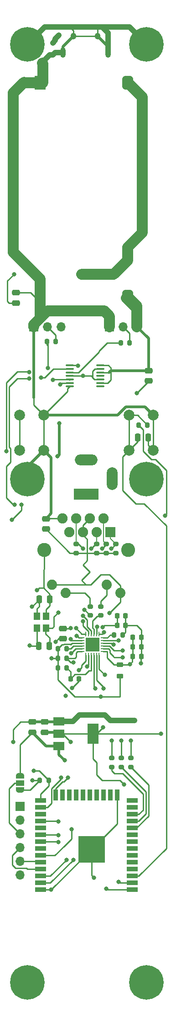
<source format=gbr>
%TF.GenerationSoftware,KiCad,Pcbnew,6.0.5-a6ca702e91~116~ubuntu20.04.1*%
%TF.CreationDate,2022-06-28T21:19:43+02:00*%
%TF.ProjectId,MCH-light,4d43482d-6c69-4676-9874-2e6b69636164,rev?*%
%TF.SameCoordinates,Original*%
%TF.FileFunction,Copper,L1,Top*%
%TF.FilePolarity,Positive*%
%FSLAX46Y46*%
G04 Gerber Fmt 4.6, Leading zero omitted, Abs format (unit mm)*
G04 Created by KiCad (PCBNEW 6.0.5-a6ca702e91~116~ubuntu20.04.1) date 2022-06-28 21:19:43*
%MOMM*%
%LPD*%
G01*
G04 APERTURE LIST*
G04 Aperture macros list*
%AMRoundRect*
0 Rectangle with rounded corners*
0 $1 Rounding radius*
0 $2 $3 $4 $5 $6 $7 $8 $9 X,Y pos of 4 corners*
0 Add a 4 corners polygon primitive as box body*
4,1,4,$2,$3,$4,$5,$6,$7,$8,$9,$2,$3,0*
0 Add four circle primitives for the rounded corners*
1,1,$1+$1,$2,$3*
1,1,$1+$1,$4,$5*
1,1,$1+$1,$6,$7*
1,1,$1+$1,$8,$9*
0 Add four rect primitives between the rounded corners*
20,1,$1+$1,$2,$3,$4,$5,0*
20,1,$1+$1,$4,$5,$6,$7,0*
20,1,$1+$1,$6,$7,$8,$9,0*
20,1,$1+$1,$8,$9,$2,$3,0*%
%AMFreePoly0*
4,1,22,0.550000,-0.750000,0.000000,-0.750000,0.000000,-0.745033,-0.079941,-0.743568,-0.215256,-0.701293,-0.333266,-0.622738,-0.424486,-0.514219,-0.481581,-0.384460,-0.499164,-0.250000,-0.500000,-0.250000,-0.500000,0.250000,-0.499164,0.250000,-0.499963,0.256109,-0.478152,0.396186,-0.417904,0.524511,-0.324060,0.630769,-0.204165,0.706417,-0.067858,0.745374,0.000000,0.744959,0.000000,0.750000,
0.550000,0.750000,0.550000,-0.750000,0.550000,-0.750000,$1*%
%AMFreePoly1*
4,1,20,0.000000,0.744959,0.073905,0.744508,0.209726,0.703889,0.328688,0.626782,0.421226,0.519385,0.479903,0.390333,0.500000,0.250000,0.500000,-0.250000,0.499851,-0.262216,0.476331,-0.402017,0.414519,-0.529596,0.319384,-0.634700,0.198574,-0.708877,0.061801,-0.746166,0.000000,-0.745033,0.000000,-0.750000,-0.550000,-0.750000,-0.550000,0.750000,0.000000,0.750000,0.000000,0.744959,
0.000000,0.744959,$1*%
G04 Aperture macros list end*
%TA.AperFunction,SMDPad,CuDef*%
%ADD10RoundRect,0.200000X0.275000X-0.200000X0.275000X0.200000X-0.275000X0.200000X-0.275000X-0.200000X0*%
%TD*%
%TA.AperFunction,SMDPad,CuDef*%
%ADD11RoundRect,0.250000X0.250000X0.475000X-0.250000X0.475000X-0.250000X-0.475000X0.250000X-0.475000X0*%
%TD*%
%TA.AperFunction,SMDPad,CuDef*%
%ADD12RoundRect,0.225000X-0.225000X-0.250000X0.225000X-0.250000X0.225000X0.250000X-0.225000X0.250000X0*%
%TD*%
%TA.AperFunction,ComponentPad*%
%ADD13R,1.700000X1.700000*%
%TD*%
%TA.AperFunction,ComponentPad*%
%ADD14O,1.700000X1.700000*%
%TD*%
%TA.AperFunction,SMDPad,CuDef*%
%ADD15RoundRect,0.250000X0.475000X-0.250000X0.475000X0.250000X-0.475000X0.250000X-0.475000X-0.250000X0*%
%TD*%
%TA.AperFunction,SMDPad,CuDef*%
%ADD16RoundRect,0.250000X-0.250000X-0.475000X0.250000X-0.475000X0.250000X0.475000X-0.250000X0.475000X0*%
%TD*%
%TA.AperFunction,SMDPad,CuDef*%
%ADD17RoundRect,0.200000X-0.200000X-0.275000X0.200000X-0.275000X0.200000X0.275000X-0.200000X0.275000X0*%
%TD*%
%TA.AperFunction,SMDPad,CuDef*%
%ADD18RoundRect,0.250000X-0.475000X0.250000X-0.475000X-0.250000X0.475000X-0.250000X0.475000X0.250000X0*%
%TD*%
%TA.AperFunction,ComponentPad*%
%ADD19C,6.400000*%
%TD*%
%TA.AperFunction,SMDPad,CuDef*%
%ADD20FreePoly0,270.000000*%
%TD*%
%TA.AperFunction,SMDPad,CuDef*%
%ADD21R,1.500000X1.000000*%
%TD*%
%TA.AperFunction,SMDPad,CuDef*%
%ADD22FreePoly1,270.000000*%
%TD*%
%TA.AperFunction,SMDPad,CuDef*%
%ADD23RoundRect,0.062500X-0.062500X0.350000X-0.062500X-0.350000X0.062500X-0.350000X0.062500X0.350000X0*%
%TD*%
%TA.AperFunction,SMDPad,CuDef*%
%ADD24RoundRect,0.062500X-0.350000X0.062500X-0.350000X-0.062500X0.350000X-0.062500X0.350000X0.062500X0*%
%TD*%
%TA.AperFunction,SMDPad,CuDef*%
%ADD25R,2.600000X2.600000*%
%TD*%
%TA.AperFunction,SMDPad,CuDef*%
%ADD26R,2.000000X1.500000*%
%TD*%
%TA.AperFunction,SMDPad,CuDef*%
%ADD27R,2.000000X3.800000*%
%TD*%
%TA.AperFunction,SMDPad,CuDef*%
%ADD28RoundRect,0.100000X-0.637500X-0.100000X0.637500X-0.100000X0.637500X0.100000X-0.637500X0.100000X0*%
%TD*%
%TA.AperFunction,SMDPad,CuDef*%
%ADD29RoundRect,0.200000X0.200000X0.275000X-0.200000X0.275000X-0.200000X-0.275000X0.200000X-0.275000X0*%
%TD*%
%TA.AperFunction,SMDPad,CuDef*%
%ADD30RoundRect,0.218750X0.381250X-0.218750X0.381250X0.218750X-0.381250X0.218750X-0.381250X-0.218750X0*%
%TD*%
%TA.AperFunction,SMDPad,CuDef*%
%ADD31R,2.000000X0.900000*%
%TD*%
%TA.AperFunction,SMDPad,CuDef*%
%ADD32R,0.900000X2.000000*%
%TD*%
%TA.AperFunction,SMDPad,CuDef*%
%ADD33R,5.000000X5.000000*%
%TD*%
%TA.AperFunction,SMDPad,CuDef*%
%ADD34R,1.200000X1.400000*%
%TD*%
%TA.AperFunction,ComponentPad*%
%ADD35R,4.600000X2.000000*%
%TD*%
%TA.AperFunction,ComponentPad*%
%ADD36O,4.200000X2.000000*%
%TD*%
%TA.AperFunction,ComponentPad*%
%ADD37O,2.000000X4.200000*%
%TD*%
%TA.AperFunction,ComponentPad*%
%ADD38RoundRect,0.500000X-0.500000X0.750000X-0.500000X-0.750000X0.500000X-0.750000X0.500000X0.750000X0*%
%TD*%
%TA.AperFunction,ComponentPad*%
%ADD39R,2.000000X2.500000*%
%TD*%
%TA.AperFunction,ComponentPad*%
%ADD40C,2.000000*%
%TD*%
%TA.AperFunction,ComponentPad*%
%ADD41O,1.050000X1.250000*%
%TD*%
%TA.AperFunction,ComponentPad*%
%ADD42O,1.000000X1.900000*%
%TD*%
%TA.AperFunction,ComponentPad*%
%ADD43C,2.600000*%
%TD*%
%TA.AperFunction,ComponentPad*%
%ADD44C,1.890000*%
%TD*%
%TA.AperFunction,ComponentPad*%
%ADD45R,1.900000X1.900000*%
%TD*%
%TA.AperFunction,ComponentPad*%
%ADD46C,1.900000*%
%TD*%
%TA.AperFunction,ViaPad*%
%ADD47C,0.800000*%
%TD*%
%TA.AperFunction,Conductor*%
%ADD48C,1.000000*%
%TD*%
%TA.AperFunction,Conductor*%
%ADD49C,2.000000*%
%TD*%
%TA.AperFunction,Conductor*%
%ADD50C,0.250000*%
%TD*%
%TA.AperFunction,Conductor*%
%ADD51C,0.500000*%
%TD*%
%TA.AperFunction,Conductor*%
%ADD52C,0.200000*%
%TD*%
G04 APERTURE END LIST*
D10*
%TO.P,R4,1*%
%TO.N,/CRS_DV*%
X134620000Y-155511000D03*
%TO.P,R4,2*%
%TO.N,Net-(R4-Pad2)*%
X134620000Y-153861000D03*
%TD*%
D11*
%TO.P,C6,1*%
%TO.N,/XTAL2*%
X123024000Y-133096000D03*
%TO.P,C6,2*%
%TO.N,GND*%
X121124000Y-133096000D03*
%TD*%
D12*
%TO.P,C10,1*%
%TO.N,Net-(C10-Pad1)*%
X135623000Y-129286000D03*
%TO.P,C10,2*%
%TO.N,GND*%
X137173000Y-129286000D03*
%TD*%
D13*
%TO.P,J1,1,Pin_1*%
%TO.N,GND*%
X117627000Y-162839000D03*
D14*
%TO.P,J1,2,Pin_2*%
%TO.N,unconnected-(J1-Pad2)*%
X117627000Y-165379000D03*
%TO.P,J1,3,Pin_3*%
%TO.N,Net-(J1-Pad3)*%
X117627000Y-167919000D03*
%TO.P,J1,4,Pin_4*%
%TO.N,/Tx*%
X117627000Y-170459000D03*
%TO.P,J1,5,Pin_5*%
%TO.N,/Rx*%
X117627000Y-172999000D03*
%TO.P,J1,6,Pin_6*%
%TO.N,unconnected-(J1-Pad6)*%
X117627000Y-175539000D03*
%TD*%
D12*
%TO.P,C13,1*%
%TO.N,VDDA*%
X138567000Y-135030000D03*
%TO.P,C13,2*%
%TO.N,GND*%
X140117000Y-135030000D03*
%TD*%
D15*
%TO.P,C4,1*%
%TO.N,Net-(C4-Pad1)*%
X116840000Y-69596000D03*
%TO.P,C4,2*%
%TO.N,GND*%
X116840000Y-67696000D03*
%TD*%
D16*
%TO.P,C7,1*%
%TO.N,/XTAL1*%
X121224000Y-124460000D03*
%TO.P,C7,2*%
%TO.N,GND*%
X123124000Y-124460000D03*
%TD*%
D17*
%TO.P,R1,1*%
%TO.N,+3V3*%
X121286000Y-157988000D03*
%TO.P,R1,2*%
%TO.N,/Button*%
X122936000Y-157988000D03*
%TD*%
D18*
%TO.P,C5,1*%
%TO.N,+5V*%
X141478000Y-82108000D03*
%TO.P,C5,2*%
%TO.N,GND*%
X141478000Y-84008000D03*
%TD*%
D10*
%TO.P,R3,1*%
%TO.N,/RXD1_N*%
X136398000Y-155511000D03*
%TO.P,R3,2*%
%TO.N,/rxd1_N*%
X136398000Y-153861000D03*
%TD*%
D19*
%TO.P,H1,1,1*%
%TO.N,GND*%
X141104000Y-102197017D03*
%TD*%
D13*
%TO.P,J8,1,Pin_1*%
%TO.N,GND*%
X134237820Y-73978017D03*
D14*
%TO.P,J8,2,Pin_2*%
%TO.N,Net-(J8-Pad2)*%
X136777820Y-73978017D03*
%TO.P,J8,3,Pin_3*%
%TO.N,+5V*%
X139317820Y-73978017D03*
%TD*%
D10*
%TO.P,R6,1*%
%TO.N,/RXD0_P*%
X138176000Y-155511000D03*
%TO.P,R6,2*%
%TO.N,/rxd0_P*%
X138176000Y-153861000D03*
%TD*%
D15*
%TO.P,C14,1*%
%TO.N,VDDA*%
X122428000Y-111440000D03*
%TO.P,C14,2*%
%TO.N,GND*%
X122428000Y-109540000D03*
%TD*%
D20*
%TO.P,JP1,1,A*%
%TO.N,+5V*%
X117602000Y-157196000D03*
D21*
%TO.P,JP1,2,C*%
%TO.N,Net-(J1-Pad3)*%
X117602000Y-158496000D03*
D22*
%TO.P,JP1,3,B*%
%TO.N,+3V3*%
X117602000Y-159796000D03*
%TD*%
D23*
%TO.P,U3,1,VDD2A*%
%TO.N,VDDA*%
X132314000Y-130904500D03*
%TO.P,U3,2,LED2/nINTSEL*%
%TO.N,/Activity*%
X131814000Y-130904500D03*
%TO.P,U3,3,LED1/REGOFF*%
%TO.N,/Link*%
X131314000Y-130904500D03*
%TO.P,U3,4,XTAL2*%
%TO.N,/XTAL2*%
X130814000Y-130904500D03*
%TO.P,U3,5,XTAL1/CLKIN*%
%TO.N,/XTAL1*%
X130314000Y-130904500D03*
%TO.P,U3,6,VDDCR*%
%TO.N,Net-(C10-Pad1)*%
X129814000Y-130904500D03*
D24*
%TO.P,U3,7,RXD1/MODE1*%
%TO.N,/rxd1_N*%
X129126500Y-131592000D03*
%TO.P,U3,8,RXD0/MODE0*%
%TO.N,/rxd0_P*%
X129126500Y-132092000D03*
%TO.P,U3,9,VDDIO*%
%TO.N,+3V3*%
X129126500Y-132592000D03*
%TO.P,U3,10,RXER/PHYAD0*%
%TO.N,Net-(R7-Pad1)*%
X129126500Y-133092000D03*
%TO.P,U3,11,CRS_DV/MODE2*%
%TO.N,Net-(R4-Pad2)*%
X129126500Y-133592000D03*
%TO.P,U3,12,MDIO*%
%TO.N,/MDIO*%
X129126500Y-134092000D03*
D23*
%TO.P,U3,13,MDC*%
%TO.N,/MDC*%
X129814000Y-134779500D03*
%TO.P,U3,14,INT/REFCLKO*%
%TO.N,/R_RXCLK*%
X130314000Y-134779500D03*
%TO.P,U3,15,RST*%
%TO.N,Net-(C8-Pad1)*%
X130814000Y-134779500D03*
%TO.P,U3,16,TXEN*%
%TO.N,/TXEN*%
X131314000Y-134779500D03*
%TO.P,U3,17,TXD0*%
%TO.N,/TXD0_P*%
X131814000Y-134779500D03*
%TO.P,U3,18,TXD1*%
%TO.N,/TXD1_N*%
X132314000Y-134779500D03*
D24*
%TO.P,U3,19,VDD1A*%
%TO.N,VDDA*%
X133001500Y-134092000D03*
%TO.P,U3,20,TXN*%
%TO.N,/TXN*%
X133001500Y-133592000D03*
%TO.P,U3,21,TXP*%
%TO.N,/TXP*%
X133001500Y-133092000D03*
%TO.P,U3,22,RXN*%
%TO.N,/RXN*%
X133001500Y-132592000D03*
%TO.P,U3,23,RXP*%
%TO.N,/RXP*%
X133001500Y-132092000D03*
%TO.P,U3,24,RBIAS*%
%TO.N,Net-(R10-Pad1)*%
X133001500Y-131592000D03*
D25*
%TO.P,U3,25,VSS*%
%TO.N,GND*%
X131064000Y-132842000D03*
%TD*%
D26*
%TO.P,U1,1,GND*%
%TO.N,GND*%
X124866000Y-147052000D03*
%TO.P,U1,2,VO*%
%TO.N,+3V3*%
X124866000Y-149352000D03*
D27*
X131166000Y-149352000D03*
D26*
%TO.P,U1,3,VI*%
%TO.N,+5V*%
X124866000Y-151652000D03*
%TD*%
D10*
%TO.P,R15,1*%
%TO.N,/Link*%
X132604000Y-127471000D03*
%TO.P,R15,2*%
%TO.N,Net-(J7-PadL3)*%
X132604000Y-125821000D03*
%TD*%
D19*
%TO.P,H5,1,1*%
%TO.N,unconnected-(H5-Pad1)*%
X141104000Y-195415017D03*
%TD*%
D15*
%TO.P,C1,1*%
%TO.N,+5V*%
X119888000Y-149072000D03*
%TO.P,C1,2*%
%TO.N,GND*%
X119888000Y-147172000D03*
%TD*%
D10*
%TO.P,R13,1*%
%TO.N,VDDA*%
X131826000Y-115887000D03*
%TO.P,R13,2*%
%TO.N,/RXP*%
X131826000Y-114237000D03*
%TD*%
D16*
%TO.P,C2,1*%
%TO.N,/Reset*%
X139512000Y-94488000D03*
%TO.P,C2,2*%
%TO.N,GND*%
X141412000Y-94488000D03*
%TD*%
D17*
%TO.P,R18,1*%
%TO.N,Net-(R18-Pad1)*%
X122619000Y-76708000D03*
%TO.P,R18,2*%
%TO.N,Net-(J9-Pad2)*%
X124269000Y-76708000D03*
%TD*%
D28*
%TO.P,U4,1*%
%TO.N,Net-(U4-Pad1)*%
X126837500Y-81150000D03*
%TO.P,U4,2*%
%TO.N,/LED-1*%
X126837500Y-81800000D03*
%TO.P,U4,3*%
%TO.N,Net-(R17-Pad1)*%
X126837500Y-82450000D03*
%TO.P,U4,4*%
%TO.N,Net-(U4-Pad1)*%
X126837500Y-83100000D03*
%TO.P,U4,5*%
%TO.N,/LED-2*%
X126837500Y-83750000D03*
%TO.P,U4,6*%
%TO.N,Net-(R18-Pad1)*%
X126837500Y-84400000D03*
%TO.P,U4,7,GND*%
%TO.N,GND*%
X126837500Y-85050000D03*
%TO.P,U4,8*%
%TO.N,unconnected-(U4-Pad8)*%
X132562500Y-85050000D03*
%TO.P,U4,9*%
%TO.N,+5V*%
X132562500Y-84400000D03*
%TO.P,U4,10*%
%TO.N,Net-(U4-Pad1)*%
X132562500Y-83750000D03*
%TO.P,U4,11*%
%TO.N,unconnected-(U4-Pad11)*%
X132562500Y-83100000D03*
%TO.P,U4,12*%
%TO.N,+5V*%
X132562500Y-82450000D03*
%TO.P,U4,13*%
%TO.N,Net-(U4-Pad1)*%
X132562500Y-81800000D03*
%TO.P,U4,14,VCC*%
%TO.N,+5V*%
X132562500Y-81150000D03*
%TD*%
D29*
%TO.P,R7,1*%
%TO.N,Net-(R7-Pad1)*%
X126301000Y-133604000D03*
%TO.P,R7,2*%
%TO.N,+3V3*%
X124651000Y-133604000D03*
%TD*%
D12*
%TO.P,C9,1*%
%TO.N,Net-(C10-Pad1)*%
X135623000Y-127508000D03*
%TO.P,C9,2*%
%TO.N,GND*%
X137173000Y-127508000D03*
%TD*%
%TO.P,C11,1*%
%TO.N,VDDA*%
X138567000Y-133252000D03*
%TO.P,C11,2*%
%TO.N,GND*%
X140117000Y-133252000D03*
%TD*%
D13*
%TO.P,J9,1,Pin_1*%
%TO.N,GND*%
X120142000Y-73978017D03*
D14*
%TO.P,J9,2,Pin_2*%
%TO.N,Net-(J9-Pad2)*%
X122682000Y-73978017D03*
%TO.P,J9,3,Pin_3*%
%TO.N,+5V*%
X125222000Y-73978017D03*
%TD*%
D15*
%TO.P,C3,1*%
%TO.N,+3V3*%
X122164000Y-149072000D03*
%TO.P,C3,2*%
%TO.N,GND*%
X122164000Y-147172000D03*
%TD*%
D12*
%TO.P,C8,1*%
%TO.N,Net-(C8-Pad1)*%
X126987000Y-139192000D03*
%TO.P,C8,2*%
%TO.N,GND*%
X128537000Y-139192000D03*
%TD*%
D17*
%TO.P,R8,1*%
%TO.N,+3V3*%
X124651000Y-137160000D03*
%TO.P,R8,2*%
%TO.N,Net-(C8-Pad1)*%
X126301000Y-137160000D03*
%TD*%
D30*
%TO.P,L1,1,1*%
%TO.N,+3V3*%
X136144000Y-138730500D03*
%TO.P,L1,2,2*%
%TO.N,VDDA*%
X136144000Y-136605500D03*
%TD*%
D12*
%TO.P,C12,1*%
%TO.N,VDDA*%
X138567000Y-131474000D03*
%TO.P,C12,2*%
%TO.N,GND*%
X140117000Y-131474000D03*
%TD*%
D31*
%TO.P,U2,1,GND*%
%TO.N,GND*%
X138428000Y-178265000D03*
%TO.P,U2,2,VDD*%
%TO.N,+3V3*%
X138428000Y-176995000D03*
%TO.P,U2,3,EN*%
%TO.N,/Reset*%
X138428000Y-175725000D03*
%TO.P,U2,4,SENSOR_VP*%
%TO.N,unconnected-(U2-Pad4)*%
X138428000Y-174455000D03*
%TO.P,U2,5,SENSOR_VN*%
%TO.N,unconnected-(U2-Pad5)*%
X138428000Y-173185000D03*
%TO.P,U2,6,IO34*%
%TO.N,unconnected-(U2-Pad6)*%
X138428000Y-171915000D03*
%TO.P,U2,7,IO35*%
%TO.N,unconnected-(U2-Pad7)*%
X138428000Y-170645000D03*
%TO.P,U2,8,IO32*%
%TO.N,unconnected-(U2-Pad8)*%
X138428000Y-169375000D03*
%TO.P,U2,9,IO33*%
%TO.N,unconnected-(U2-Pad9)*%
X138428000Y-168105000D03*
%TO.P,U2,10,IO25*%
%TO.N,/RXD0_P*%
X138428000Y-166835000D03*
%TO.P,U2,11,IO26*%
%TO.N,/RXD1_N*%
X138428000Y-165565000D03*
%TO.P,U2,12,IO27*%
%TO.N,/CRS_DV*%
X138428000Y-164295000D03*
%TO.P,U2,13,IO14*%
%TO.N,unconnected-(U2-Pad13)*%
X138428000Y-163025000D03*
%TO.P,U2,14,IO12*%
%TO.N,unconnected-(U2-Pad14)*%
X138428000Y-161755000D03*
D32*
%TO.P,U2,15,GND*%
%TO.N,GND*%
X135643000Y-160755000D03*
%TO.P,U2,16,IO13*%
%TO.N,unconnected-(U2-Pad16)*%
X134373000Y-160755000D03*
%TO.P,U2,17,SHD/SD2*%
%TO.N,unconnected-(U2-Pad17)*%
X133103000Y-160755000D03*
%TO.P,U2,18,SWP/SD3*%
%TO.N,unconnected-(U2-Pad18)*%
X131833000Y-160755000D03*
%TO.P,U2,19,SCS/CMD*%
%TO.N,unconnected-(U2-Pad19)*%
X130563000Y-160755000D03*
%TO.P,U2,20,SCK/CLK*%
%TO.N,unconnected-(U2-Pad20)*%
X129293000Y-160755000D03*
%TO.P,U2,21,SDO/SD0*%
%TO.N,unconnected-(U2-Pad21)*%
X128023000Y-160755000D03*
%TO.P,U2,22,SDI/SD1*%
%TO.N,unconnected-(U2-Pad22)*%
X126753000Y-160755000D03*
%TO.P,U2,23,IO15*%
%TO.N,unconnected-(U2-Pad23)*%
X125483000Y-160755000D03*
%TO.P,U2,24,IO2*%
%TO.N,/LED-1*%
X124213000Y-160755000D03*
D31*
%TO.P,U2,25,IO0*%
%TO.N,/Button*%
X121428000Y-161755000D03*
%TO.P,U2,26,IO4*%
%TO.N,/LED-2*%
X121428000Y-163025000D03*
%TO.P,U2,27,IO16*%
%TO.N,unconnected-(U2-Pad27)*%
X121428000Y-164295000D03*
%TO.P,U2,28,IO17*%
%TO.N,/R_RXCLK*%
X121428000Y-165565000D03*
%TO.P,U2,29,IO5*%
%TO.N,unconnected-(U2-Pad29)*%
X121428000Y-166835000D03*
%TO.P,U2,30,IO18*%
%TO.N,/MDIO*%
X121428000Y-168105000D03*
%TO.P,U2,31,IO19*%
%TO.N,/TXD0_P*%
X121428000Y-169375000D03*
%TO.P,U2,32,NC*%
%TO.N,unconnected-(U2-Pad32)*%
X121428000Y-170645000D03*
%TO.P,U2,33,IO21*%
%TO.N,/TXEN*%
X121428000Y-171915000D03*
%TO.P,U2,34,RXD0/IO3*%
%TO.N,/Rx*%
X121428000Y-173185000D03*
%TO.P,U2,35,TXD0/IO1*%
%TO.N,/Tx*%
X121428000Y-174455000D03*
%TO.P,U2,36,IO22*%
%TO.N,/TXD1_N*%
X121428000Y-175725000D03*
%TO.P,U2,37,IO23*%
%TO.N,/MDC*%
X121428000Y-176995000D03*
%TO.P,U2,38,GND*%
%TO.N,GND*%
X121428000Y-178265000D03*
D33*
%TO.P,U2,39,GND*%
X130928000Y-170765000D03*
%TD*%
D10*
%TO.P,R11,1*%
%TO.N,VDDA*%
X135382000Y-115887000D03*
%TO.P,R11,2*%
%TO.N,/TXP*%
X135382000Y-114237000D03*
%TD*%
%TO.P,R16,1*%
%TO.N,/Activity*%
X130638000Y-127471000D03*
%TO.P,R16,2*%
%TO.N,Net-(J7-PadL2)*%
X130638000Y-125821000D03*
%TD*%
D34*
%TO.P,Y1,1,1*%
%TO.N,/XTAL2*%
X122424000Y-129778000D03*
%TO.P,Y1,2,2*%
%TO.N,GND*%
X122424000Y-127578000D03*
%TO.P,Y1,3,3*%
%TO.N,/XTAL1*%
X120724000Y-127578000D03*
%TO.P,Y1,4,4*%
%TO.N,GND*%
X120724000Y-129778000D03*
%TD*%
D19*
%TO.P,H6,1,1*%
%TO.N,unconnected-(H6-Pad1)*%
X119006000Y-195415017D03*
%TD*%
D10*
%TO.P,R14,1*%
%TO.N,VDDA*%
X128016000Y-115887000D03*
%TO.P,R14,2*%
%TO.N,/RXN*%
X128016000Y-114237000D03*
%TD*%
D19*
%TO.P,H4,1,1*%
%TO.N,GND*%
X141104000Y-21679017D03*
%TD*%
D17*
%TO.P,R9,1*%
%TO.N,+3V3*%
X124651000Y-135382000D03*
%TO.P,R9,2*%
%TO.N,/MDIO*%
X126301000Y-135382000D03*
%TD*%
D18*
%TO.P,R5,1*%
%TO.N,+3V3*%
X125576000Y-129860000D03*
%TO.P,R5,2*%
%TO.N,/R_RXCLK*%
X125576000Y-131760000D03*
%TD*%
D10*
%TO.P,R12,1*%
%TO.N,VDDA*%
X133604000Y-115887000D03*
%TO.P,R12,2*%
%TO.N,/TXN*%
X133604000Y-114237000D03*
%TD*%
D19*
%TO.P,H3,1,1*%
%TO.N,GND*%
X119005999Y-21679017D03*
%TD*%
%TO.P,H2,1,1*%
%TO.N,GND*%
X119006000Y-102197017D03*
%TD*%
D17*
%TO.P,R2,1*%
%TO.N,+3V3*%
X139637000Y-92202000D03*
%TO.P,R2,2*%
%TO.N,/Reset*%
X141287000Y-92202000D03*
%TD*%
%TO.P,R17,1*%
%TO.N,Net-(R17-Pad1)*%
X136335000Y-76962000D03*
%TO.P,R17,2*%
%TO.N,Net-(J8-Pad2)*%
X137985000Y-76962000D03*
%TD*%
%TO.P,R10,1*%
%TO.N,Net-(R10-Pad1)*%
X135065000Y-131064000D03*
%TO.P,R10,2*%
%TO.N,GND*%
X136715000Y-131064000D03*
%TD*%
D35*
%TO.P,J2,1*%
%TO.N,Net-(C4-Pad1)*%
X129936000Y-104991017D03*
D36*
%TO.P,J2,2*%
%TO.N,GND*%
X129936000Y-98691017D03*
D37*
%TO.P,J2,3*%
%TO.N,unconnected-(J2-Pad3)*%
X134736000Y-102091017D03*
%TD*%
D38*
%TO.P,U6,1,Vin*%
%TO.N,Net-(C4-Pad1)*%
X137625000Y-28767000D03*
D39*
%TO.P,U6,2,GND*%
%TO.N,GND*%
X121343000Y-28767000D03*
%TO.P,U6,3,GND*%
X121343000Y-68433000D03*
D38*
%TO.P,U6,4,Vout*%
%TO.N,+5V*%
X137625000Y-68433000D03*
%TD*%
D40*
%TO.P,SW1,1*%
%TO.N,GND*%
X142374000Y-90363017D03*
X142374000Y-96863017D03*
%TO.P,SW1,2*%
%TO.N,/Reset*%
X137874000Y-90363017D03*
X137874000Y-96863017D03*
%TD*%
%TO.P,SW2,1*%
%TO.N,GND*%
X122054000Y-90363017D03*
X122054000Y-96863017D03*
%TO.P,SW2,2*%
%TO.N,/Button*%
X117554000Y-90363017D03*
X117554000Y-96863017D03*
%TD*%
D41*
%TO.P,J5,6,Shield*%
%TO.N,GND*%
X132019000Y-20181017D03*
D42*
X133969000Y-23181017D03*
X125619000Y-23181017D03*
D41*
X127569000Y-20181017D03*
%TD*%
D43*
%TO.P,J7,13,SHIELD*%
%TO.N,GND*%
X137696000Y-115304000D03*
X122146000Y-115304000D03*
D44*
%TO.P,J7,L1,LEDY_A*%
%TO.N,VDDA*%
X123596000Y-121734000D03*
%TO.P,J7,L2,LEDY_K*%
%TO.N,Net-(J7-PadL2)*%
X126136000Y-123254000D03*
%TO.P,J7,L3,LEDG_K*%
%TO.N,Net-(J7-PadL3)*%
X133706000Y-121734000D03*
%TO.P,J7,L4,LEDG_A*%
%TO.N,VDDA*%
X136246000Y-123254000D03*
D45*
%TO.P,J7,R1,TD+*%
%TO.N,/TXP*%
X134366000Y-112014000D03*
D46*
%TO.P,J7,R2,TD-*%
%TO.N,/TXN*%
X133096000Y-109474000D03*
%TO.P,J7,R3,RD+*%
%TO.N,/RXP*%
X131826000Y-112014000D03*
%TO.P,J7,R4,TCT*%
%TO.N,VDDA*%
X130556000Y-109474000D03*
%TO.P,J7,R5,RCT*%
X129286000Y-112014000D03*
%TO.P,J7,R6,RD-*%
%TO.N,/RXN*%
X128016000Y-109474000D03*
%TO.P,J7,R7,NC*%
%TO.N,unconnected-(J7-PadR7)*%
X126746000Y-112014000D03*
%TO.P,J7,R8,GND*%
%TO.N,GND*%
X125476000Y-109474000D03*
%TD*%
D47*
%TO.N,+5V*%
X124600000Y-98000000D03*
X124790000Y-19990000D03*
X125900000Y-154300000D03*
X123698000Y-21402000D03*
X124140000Y-20640000D03*
X124900000Y-91900000D03*
%TO.N,GND*%
X123428000Y-178265000D03*
X120800000Y-122800000D03*
X119400000Y-133000000D03*
X131318000Y-176022000D03*
X126100000Y-142300000D03*
X126500000Y-147200000D03*
X131826000Y-132080000D03*
X140100000Y-136300000D03*
X133604000Y-178054000D03*
X139300000Y-86300000D03*
X127300000Y-140900000D03*
X138900000Y-146900000D03*
X116332000Y-150876000D03*
%TO.N,+3V3*%
X144526000Y-108966000D03*
X119888000Y-157988000D03*
X123444000Y-135382000D03*
X127000000Y-150876000D03*
X133000000Y-148200000D03*
X132606000Y-142494000D03*
X135890000Y-176784000D03*
X143764000Y-149352000D03*
X136906000Y-158750000D03*
X127000000Y-129794000D03*
%TO.N,Net-(C4-Pad1)*%
X132200000Y-64300000D03*
X130100000Y-64300000D03*
X116500000Y-64300000D03*
X133316000Y-64300000D03*
X131100000Y-64300000D03*
X129100000Y-64300000D03*
%TO.N,/XTAL2*%
X124700000Y-126900000D03*
X129290299Y-127503701D03*
%TO.N,/XTAL1*%
X119800000Y-125800000D03*
X129286000Y-128524000D03*
%TO.N,Net-(C10-Pad1)*%
X132916847Y-129641445D03*
X128007339Y-129831500D03*
%TO.N,VDDA*%
X138000000Y-136500000D03*
X133200000Y-130600000D03*
X134200000Y-127000000D03*
%TO.N,/TXP*%
X134563000Y-115101111D03*
X136658980Y-133958980D03*
%TO.N,/TXN*%
X136700000Y-135200000D03*
X132837595Y-115056347D03*
%TO.N,/RXP*%
X130835500Y-115062000D03*
X135900000Y-132100000D03*
%TO.N,/RXN*%
X135000000Y-132824500D03*
X129286000Y-115062000D03*
%TO.N,/rxd1_N*%
X128167742Y-131280500D03*
X136398000Y-150622000D03*
%TO.N,Net-(R4-Pad2)*%
X127073170Y-134437411D03*
X134620000Y-150622000D03*
%TO.N,/R_RXCLK*%
X124714000Y-165608000D03*
X130048000Y-136906000D03*
X124206000Y-132334000D03*
%TO.N,/rxd0_P*%
X138176000Y-150622000D03*
X127000000Y-131867500D03*
%TO.N,/MDIO*%
X127508000Y-136144000D03*
X124714000Y-168148000D03*
%TO.N,/Activity*%
X129600000Y-126400000D03*
X131918364Y-129540011D03*
%TO.N,Net-(R18-Pad1)*%
X125100000Y-84700000D03*
X122800000Y-81600000D03*
%TO.N,/Button*%
X116078000Y-109728000D03*
X120142000Y-156210000D03*
X117856000Y-106934000D03*
%TO.N,/LED-1*%
X126492000Y-157480000D03*
X116586000Y-106934000D03*
X121500000Y-83400000D03*
X119292500Y-83600000D03*
%TO.N,/LED-2*%
X119292500Y-82400000D03*
X123700000Y-83800000D03*
X125222000Y-157480000D03*
X115062000Y-97028000D03*
%TO.N,/TXD0_P*%
X133096000Y-140970000D03*
X124714000Y-169418000D03*
%TO.N,/TXEN*%
X131572000Y-140970000D03*
X127200000Y-167100000D03*
%TO.N,/TXD1_N*%
X133350000Y-138430000D03*
X126238000Y-172720000D03*
%TO.N,/MDC*%
X127508000Y-172720000D03*
X128524000Y-137624000D03*
%TO.N,Net-(U4-Pad1)*%
X129300000Y-83100000D03*
X128400000Y-81200000D03*
%TD*%
D48*
%TO.N,+5V*%
X124790000Y-19990000D02*
X124140000Y-20640000D01*
D49*
X139317820Y-70125820D02*
X139317820Y-73978017D01*
D50*
X132562500Y-82450000D02*
X134150000Y-82450000D01*
D51*
X122468000Y-151652000D02*
X124866000Y-151652000D01*
D50*
X117602000Y-151358000D02*
X117602000Y-157196000D01*
X134500000Y-83800000D02*
X134500000Y-82100000D01*
X119888000Y-149352000D02*
X119888000Y-149072000D01*
X134500000Y-81600000D02*
X134050000Y-81150000D01*
D51*
X124866000Y-153266000D02*
X125900000Y-154300000D01*
D50*
X134500000Y-82300000D02*
X134500000Y-82100000D01*
D49*
X137371000Y-68687000D02*
X139317820Y-70633820D01*
D51*
X119888000Y-149072000D02*
X122468000Y-151652000D01*
X134492000Y-82108000D02*
X134150000Y-82450000D01*
X124866000Y-151652000D02*
X124866000Y-153266000D01*
D50*
X119888000Y-149072000D02*
X117602000Y-151358000D01*
D48*
X124140000Y-20960000D02*
X123698000Y-21402000D01*
D49*
X139317820Y-70633820D02*
X139317820Y-73978017D01*
D50*
X134500000Y-82100000D02*
X134500000Y-81600000D01*
D51*
X139317820Y-73978017D02*
X141478000Y-76138197D01*
D50*
X133900000Y-84400000D02*
X134500000Y-83800000D01*
X134350000Y-82450000D02*
X134500000Y-82300000D01*
D51*
X124900000Y-97700000D02*
X124900000Y-91900000D01*
X141478000Y-78994000D02*
X141478000Y-78486000D01*
D50*
X134150000Y-82450000D02*
X134350000Y-82450000D01*
X134050000Y-81150000D02*
X132562500Y-81150000D01*
D49*
X137625000Y-68433000D02*
X139317820Y-70125820D01*
D51*
X141478000Y-76138197D02*
X141478000Y-78486000D01*
X124600000Y-98000000D02*
X124900000Y-97700000D01*
D50*
X132562500Y-84400000D02*
X133900000Y-84400000D01*
D51*
X141478000Y-78486000D02*
X141478000Y-82108000D01*
D48*
X124140000Y-20640000D02*
X124140000Y-20960000D01*
D51*
X141478000Y-82108000D02*
X134492000Y-82108000D01*
D48*
%TO.N,GND*%
X122185016Y-18500000D02*
X126900000Y-18500000D01*
X123100000Y-23600000D02*
X122000000Y-24700000D01*
D49*
X118467000Y-28767000D02*
X121851000Y-28767000D01*
D50*
X121200000Y-122400000D02*
X122000000Y-122400000D01*
X141411481Y-84188519D02*
X139300000Y-86300000D01*
X125014000Y-147200000D02*
X124866000Y-147052000D01*
D48*
X122185016Y-18500000D02*
X119005999Y-21679017D01*
D50*
X138428000Y-178265000D02*
X133815000Y-178265000D01*
X140100000Y-136300000D02*
X140100000Y-135047000D01*
D49*
X120142000Y-73619570D02*
X121330785Y-72430785D01*
D50*
X123124000Y-124460000D02*
X123124000Y-125676000D01*
D49*
X121330785Y-72430785D02*
X122679050Y-71082520D01*
D50*
X135643000Y-160755000D02*
X135643000Y-166050000D01*
D51*
X126707008Y-21043008D02*
X127569000Y-20181017D01*
X122164000Y-147172000D02*
X124746000Y-147172000D01*
D48*
X137924983Y-18500000D02*
X141104000Y-21679017D01*
D51*
X119888000Y-147172000D02*
X122164000Y-147172000D01*
D50*
X122146000Y-118854000D02*
X122146000Y-115304000D01*
X128537000Y-139192000D02*
X128537000Y-139663000D01*
X127569000Y-20181017D02*
X132019000Y-20181017D01*
D49*
X121343000Y-72418570D02*
X120142000Y-73619570D01*
D50*
X133815000Y-178265000D02*
X133604000Y-178054000D01*
X126837500Y-85050000D02*
X126462989Y-85424511D01*
D49*
X116400000Y-30700000D02*
X118400000Y-28700000D01*
X133276160Y-71082520D02*
X134237820Y-72044180D01*
D48*
X138900000Y-146900000D02*
X134400000Y-146900000D01*
D50*
X131064000Y-132842000D02*
X131826000Y-132080000D01*
X123428000Y-178265000D02*
X130928000Y-170765000D01*
D51*
X119006000Y-99911017D02*
X119006000Y-102197017D01*
D50*
X122054000Y-90363017D02*
X122054000Y-96863017D01*
X116332000Y-150876000D02*
X116332000Y-148590000D01*
D51*
X125619000Y-22131016D02*
X125619000Y-23181017D01*
D50*
X128537000Y-139663000D02*
X127300000Y-140900000D01*
X141412000Y-95901017D02*
X142374000Y-96863017D01*
X132019000Y-20181017D02*
X132019000Y-18681000D01*
X141478000Y-84008000D02*
X141411481Y-84074519D01*
D51*
X140810983Y-88800000D02*
X142374000Y-90363017D01*
D48*
X128600000Y-145900000D02*
X127448000Y-147052000D01*
D50*
X120724000Y-132696000D02*
X120724000Y-129778000D01*
D51*
X122054000Y-96863017D02*
X119006000Y-99911017D01*
D49*
X122679050Y-71082520D02*
X133276160Y-71082520D01*
D50*
X123124000Y-124460000D02*
X123124000Y-123524000D01*
D51*
X133969000Y-22131017D02*
X132019000Y-20181017D01*
D50*
X135643000Y-166050000D02*
X130928000Y-170765000D01*
X126500000Y-147200000D02*
X125014000Y-147200000D01*
D49*
X121851000Y-71910570D02*
X121330785Y-72430785D01*
D50*
X122424000Y-126376000D02*
X122424000Y-127578000D01*
X139286000Y-129286000D02*
X140117000Y-130117000D01*
X120533000Y-68633000D02*
X122129000Y-68633000D01*
X121124000Y-133096000D02*
X120724000Y-132696000D01*
D51*
X137300000Y-88800000D02*
X140810983Y-88800000D01*
D50*
X116332000Y-148590000D02*
X117750000Y-147172000D01*
X127569000Y-19169000D02*
X126900000Y-18500000D01*
X126462989Y-85424511D02*
X126462989Y-85954028D01*
D49*
X120142000Y-73619570D02*
X120142000Y-73978017D01*
D50*
X140117000Y-130117000D02*
X140117000Y-131474000D01*
D48*
X134400000Y-146900000D02*
X133400000Y-145900000D01*
D50*
X137173000Y-127508000D02*
X137173000Y-129286000D01*
D51*
X120142000Y-73978017D02*
X120142000Y-87158000D01*
D50*
X130928000Y-175632000D02*
X130928000Y-170765000D01*
X141412000Y-94488000D02*
X141412000Y-95901017D01*
X123124000Y-123524000D02*
X122000000Y-122400000D01*
D48*
X127448000Y-147052000D02*
X124866000Y-147052000D01*
D51*
X122054000Y-90363017D02*
X135736983Y-90363017D01*
D50*
X116840000Y-67696000D02*
X119504000Y-67696000D01*
D51*
X123400000Y-108568000D02*
X123400000Y-98209017D01*
D50*
X122054000Y-90363017D02*
X120142000Y-88451017D01*
D51*
X126707008Y-21043008D02*
X125619000Y-22131016D01*
D50*
X131318000Y-176022000D02*
X130928000Y-175632000D01*
D48*
X124119000Y-23181017D02*
X123700017Y-23600000D01*
D50*
X142374000Y-90363017D02*
X142374000Y-96863017D01*
D51*
X133969000Y-23181017D02*
X133969000Y-22131017D01*
X124746000Y-147172000D02*
X124866000Y-147052000D01*
D48*
X132200000Y-18500000D02*
X137924983Y-18500000D01*
D50*
X122000000Y-119000000D02*
X122146000Y-118854000D01*
D51*
X135736983Y-90363017D02*
X137300000Y-88800000D01*
D49*
X134237820Y-72044180D02*
X134237820Y-73978017D01*
D50*
X122494000Y-109474000D02*
X125476000Y-109474000D01*
X120800000Y-122800000D02*
X121200000Y-122400000D01*
X141411481Y-84074519D02*
X141411481Y-84188519D01*
D48*
X133400000Y-145900000D02*
X128600000Y-145900000D01*
D49*
X118400000Y-28700000D02*
X118467000Y-28767000D01*
D51*
X122428000Y-109540000D02*
X123400000Y-108568000D01*
D50*
X122164000Y-147172000D02*
X122284000Y-147052000D01*
X123124000Y-125676000D02*
X122424000Y-126376000D01*
X120844983Y-89154000D02*
X122054000Y-90363017D01*
X126462989Y-85954028D02*
X122054000Y-90363017D01*
D48*
X122000000Y-24700000D02*
X122129000Y-24829000D01*
D50*
X117750000Y-147172000D02*
X119888000Y-147172000D01*
D49*
X116400000Y-60200000D02*
X116400000Y-30700000D01*
D50*
X137173000Y-129286000D02*
X139286000Y-129286000D01*
X119496000Y-133096000D02*
X119400000Y-133000000D01*
X120142000Y-88451017D02*
X120142000Y-87158000D01*
X140100000Y-135047000D02*
X140117000Y-135030000D01*
D49*
X121851000Y-25251000D02*
X121800000Y-25200000D01*
D50*
X140117000Y-131474000D02*
X140117000Y-135030000D01*
X122428000Y-109540000D02*
X122494000Y-109474000D01*
X119550000Y-67650000D02*
X120533000Y-68633000D01*
X122000000Y-122400000D02*
X122000000Y-119000000D01*
X119504000Y-67696000D02*
X119550000Y-67650000D01*
D49*
X121343000Y-68433000D02*
X121343000Y-65143000D01*
D50*
X121124000Y-133096000D02*
X119496000Y-133096000D01*
X121428000Y-178265000D02*
X123428000Y-178265000D01*
X132019000Y-18681000D02*
X132200000Y-18500000D01*
X137173000Y-130606000D02*
X136715000Y-131064000D01*
D48*
X133969000Y-23181017D02*
X133969000Y-19569000D01*
X123700017Y-23600000D02*
X123100000Y-23600000D01*
D50*
X137173000Y-129286000D02*
X137173000Y-130606000D01*
D51*
X123400000Y-98209017D02*
X122054000Y-96863017D01*
D49*
X121343000Y-65143000D02*
X116400000Y-60200000D01*
X121343000Y-68433000D02*
X121343000Y-72418570D01*
D48*
X125619000Y-23181017D02*
X124119000Y-23181017D01*
X126900000Y-18500000D02*
X132200000Y-18500000D01*
D50*
X127569000Y-20181017D02*
X127569000Y-19169000D01*
D48*
X133969000Y-19569000D02*
X132900000Y-18500000D01*
D49*
X121851000Y-28767000D02*
X121851000Y-25251000D01*
D51*
X121166000Y-69596000D02*
X122129000Y-68633000D01*
D50*
%TO.N,/Reset*%
X139512000Y-94488000D02*
X139512000Y-95225017D01*
X140661285Y-106738715D02*
X144780000Y-110857429D01*
X137874000Y-96863017D02*
X136700000Y-98037017D01*
X141287000Y-92202000D02*
X139448017Y-90363017D01*
X139138715Y-106738715D02*
X140661285Y-106738715D01*
X139512000Y-95225017D02*
X137874000Y-96863017D01*
X144780000Y-170623000D02*
X139678000Y-175725000D01*
X144780000Y-110857429D02*
X144780000Y-170623000D01*
X137874000Y-90363017D02*
X137874000Y-96863017D01*
X136700000Y-98037017D02*
X136700000Y-104300000D01*
X139448017Y-90363017D02*
X137874000Y-90363017D01*
X136700000Y-104300000D02*
X139138715Y-106738715D01*
X139678000Y-175725000D02*
X138428000Y-175725000D01*
%TO.N,+3V3*%
X122164000Y-149072000D02*
X122444000Y-149352000D01*
X125476000Y-149352000D02*
X124866000Y-149352000D01*
X143764000Y-149352000D02*
X131166000Y-149352000D01*
X124651000Y-139383000D02*
X127762000Y-142494000D01*
X136144000Y-157988000D02*
X132842000Y-157988000D01*
X126962480Y-132804480D02*
X127000000Y-132842000D01*
X131166000Y-154026000D02*
X131166000Y-149352000D01*
X124866000Y-149352000D02*
X131166000Y-149352000D01*
X129126500Y-132592000D02*
X127250000Y-132592000D01*
X136144000Y-142494000D02*
X136144000Y-138730500D01*
X132606000Y-142494000D02*
X136144000Y-142494000D01*
X132842000Y-157988000D02*
X131826000Y-156972000D01*
X126934000Y-129860000D02*
X127000000Y-129794000D01*
X139637000Y-92202000D02*
X140462000Y-93027000D01*
X121286000Y-157988000D02*
X119888000Y-157988000D01*
X131848000Y-149352000D02*
X133000000Y-148200000D01*
X119478000Y-159796000D02*
X117602000Y-159796000D01*
X125476000Y-129860000D02*
X126934000Y-129860000D01*
X121286000Y-157988000D02*
X119478000Y-159796000D01*
X142748000Y-98552000D02*
X144780000Y-100584000D01*
X127000000Y-150876000D02*
X125476000Y-149352000D01*
X136906000Y-158750000D02*
X136144000Y-157988000D01*
X125767520Y-132804480D02*
X126962480Y-132804480D01*
X127250000Y-132592000D02*
X127000000Y-132842000D01*
D51*
X124586000Y-149072000D02*
X124866000Y-149352000D01*
D50*
X131166000Y-149352000D02*
X134620000Y-149352000D01*
X144780000Y-100584000D02*
X144780000Y-103124000D01*
X123444000Y-135382000D02*
X124651000Y-135382000D01*
X138428000Y-176995000D02*
X136101000Y-176995000D01*
X131826000Y-154686000D02*
X131166000Y-154026000D01*
X140462000Y-93027000D02*
X140462000Y-96012000D01*
X136101000Y-176995000D02*
X135890000Y-176784000D01*
X144780000Y-108712000D02*
X144526000Y-108966000D01*
X141986000Y-98552000D02*
X142748000Y-98552000D01*
X124651000Y-133604000D02*
X124651000Y-137160000D01*
X140462000Y-96012000D02*
X140462000Y-97028000D01*
X131166000Y-149352000D02*
X131848000Y-149352000D01*
X125413000Y-132842000D02*
X125730000Y-132842000D01*
X140462000Y-97028000D02*
X141986000Y-98552000D01*
X125730000Y-132842000D02*
X125767520Y-132804480D01*
X124651000Y-133604000D02*
X125413000Y-132842000D01*
X124651000Y-137160000D02*
X124651000Y-139383000D01*
X144780000Y-103124000D02*
X144780000Y-108712000D01*
D51*
X122164000Y-149072000D02*
X124586000Y-149072000D01*
D50*
X131826000Y-156972000D02*
X131826000Y-154686000D01*
X127762000Y-142494000D02*
X132606000Y-142494000D01*
%TO.N,Net-(C4-Pad1)*%
X115300000Y-65500000D02*
X116500000Y-64300000D01*
D49*
X140300000Y-56600000D02*
X140300000Y-31442000D01*
X129936000Y-104991017D02*
X129629017Y-104991017D01*
X133316000Y-64300000D02*
X135000000Y-64300000D01*
X137600000Y-60100000D02*
X137600000Y-59300000D01*
D50*
X116840000Y-69596000D02*
X115596000Y-69596000D01*
D49*
X135000000Y-64300000D02*
X137600000Y-61700000D01*
X137600000Y-61700000D02*
X137600000Y-60100000D01*
X129100000Y-64300000D02*
X133316000Y-64300000D01*
X140300000Y-31442000D02*
X137625000Y-28767000D01*
D50*
X115596000Y-69596000D02*
X115300000Y-69300000D01*
D49*
X137600000Y-59300000D02*
X140300000Y-56600000D01*
D50*
X115300000Y-69300000D02*
X115300000Y-65500000D01*
%TO.N,/XTAL2*%
X122400000Y-130100000D02*
X122400000Y-130900000D01*
X122424000Y-129778000D02*
X122424000Y-130076000D01*
X122400000Y-130900000D02*
X123100000Y-131600000D01*
X130046523Y-129541477D02*
X130814000Y-130308954D01*
X130046523Y-128259909D02*
X130046523Y-129541477D01*
X122424000Y-129778000D02*
X123622000Y-129778000D01*
X123900000Y-127700000D02*
X124700000Y-126900000D01*
X123900000Y-129500000D02*
X123900000Y-127700000D01*
X130814000Y-130308954D02*
X130814000Y-130904500D01*
X123100000Y-133020000D02*
X123024000Y-133096000D01*
X123100000Y-131600000D02*
X123100000Y-133020000D01*
X129290299Y-127503701D02*
X129290315Y-127503701D01*
X122424000Y-130076000D02*
X122400000Y-130100000D01*
X123622000Y-129778000D02*
X123900000Y-129500000D01*
X129290315Y-127503701D02*
X130046523Y-128259909D01*
%TO.N,/XTAL1*%
X119800000Y-125800000D02*
X119884000Y-125800000D01*
X120724000Y-127578000D02*
X120724000Y-126276000D01*
X130314000Y-130904500D02*
X130314000Y-130444672D01*
X129286000Y-129416672D02*
X129286000Y-128524000D01*
X130314000Y-130444672D02*
X129286000Y-129416672D01*
X119884000Y-125800000D02*
X121224000Y-124460000D01*
X120724000Y-126276000D02*
X121224000Y-125776000D01*
X121224000Y-125776000D02*
X121224000Y-124460000D01*
%TO.N,Net-(C8-Pad1)*%
X126987000Y-139192000D02*
X126987000Y-137846000D01*
X126987000Y-137846000D02*
X126301000Y-137160000D01*
X127789500Y-138389500D02*
X129710500Y-138389500D01*
X130432000Y-137668000D02*
X130810000Y-137668000D01*
X130810000Y-137668000D02*
X130810000Y-135243328D01*
X126987000Y-139192000D02*
X127789500Y-138389500D01*
X130814000Y-135239328D02*
X130814000Y-134779500D01*
X130810000Y-135243328D02*
X130814000Y-135239328D01*
X129710500Y-138389500D02*
X130432000Y-137668000D01*
%TO.N,Net-(C10-Pad1)*%
X129814000Y-130904500D02*
X129080339Y-130904500D01*
X133272292Y-129286000D02*
X135623000Y-129286000D01*
X135623000Y-129286000D02*
X135623000Y-127508000D01*
X132916847Y-129641445D02*
X133272292Y-129286000D01*
X129080339Y-130904500D02*
X128007339Y-129831500D01*
%TO.N,VDDA*%
X129540000Y-112776000D02*
X130111000Y-113347000D01*
X137894500Y-136605500D02*
X138000000Y-136500000D01*
X129032000Y-120904000D02*
X129862000Y-121734000D01*
X133838000Y-135338000D02*
X135105500Y-136605500D01*
X130742000Y-121734000D02*
X130624000Y-121734000D01*
X138567000Y-131474000D02*
X138567000Y-135030000D01*
X132895500Y-130904500D02*
X133200000Y-130600000D01*
X129286000Y-110744000D02*
X129286000Y-112014000D01*
X130111000Y-113347000D02*
X130111000Y-115887000D01*
X132588000Y-119888000D02*
X130742000Y-121734000D01*
X134216431Y-119888000D02*
X132588000Y-119888000D01*
X132314000Y-130904500D02*
X132895500Y-130904500D01*
X130111000Y-115887000D02*
X135382000Y-115887000D01*
X138500000Y-136000000D02*
X138500000Y-135097000D01*
X136246000Y-124954000D02*
X136246000Y-123254000D01*
X136144000Y-136605500D02*
X137894500Y-136605500D01*
X126875000Y-115887000D02*
X128016000Y-115887000D01*
X134200000Y-127000000D02*
X136246000Y-124954000D01*
X135105500Y-136605500D02*
X136144000Y-136605500D01*
X129286000Y-118110000D02*
X130556000Y-119380000D01*
X129862000Y-121734000D02*
X130624000Y-121734000D01*
X133001500Y-134092000D02*
X133838000Y-134092000D01*
X136249500Y-136500000D02*
X136144000Y-136605500D01*
X130556000Y-109474000D02*
X129286000Y-110744000D01*
X130556000Y-119380000D02*
X129032000Y-120904000D01*
X130111000Y-117285000D02*
X129286000Y-118110000D01*
X128016000Y-115887000D02*
X130111000Y-115887000D01*
X122428000Y-111440000D02*
X126875000Y-115887000D01*
X136246000Y-123254000D02*
X136246000Y-121917569D01*
X136246000Y-121917569D02*
X134216431Y-119888000D01*
X138500000Y-135097000D02*
X138567000Y-135030000D01*
X130111000Y-115887000D02*
X130111000Y-117285000D01*
X138000000Y-136500000D02*
X138500000Y-136000000D01*
X129286000Y-112014000D02*
X129540000Y-112268000D01*
X130624000Y-121734000D02*
X123596000Y-121734000D01*
X129540000Y-112268000D02*
X129540000Y-112776000D01*
X133838000Y-134092000D02*
X133838000Y-135338000D01*
%TO.N,Net-(J1-Pad3)*%
X115600000Y-165892000D02*
X117627000Y-167919000D01*
X117602000Y-158496000D02*
X116604000Y-158496000D01*
X115600000Y-159500000D02*
X115600000Y-165892000D01*
X116604000Y-158496000D02*
X115600000Y-159500000D01*
%TO.N,Net-(J7-PadL2)*%
X130600000Y-124200000D02*
X129654000Y-123254000D01*
X130638000Y-125821000D02*
X130600000Y-125783000D01*
X130600000Y-125783000D02*
X130600000Y-124200000D01*
X129654000Y-123254000D02*
X126136000Y-123254000D01*
%TO.N,Net-(J7-PadL3)*%
X132604000Y-124796000D02*
X132604000Y-125821000D01*
X133706000Y-123694000D02*
X132604000Y-124796000D01*
X133706000Y-121734000D02*
X133706000Y-123694000D01*
%TO.N,/TXP*%
X134192000Y-133092000D02*
X135058980Y-133958980D01*
X135382000Y-114237000D02*
X135382000Y-114282111D01*
X133001500Y-133092000D02*
X134192000Y-133092000D01*
D52*
X134366000Y-112014000D02*
X134366000Y-113221000D01*
D50*
X135382000Y-114282111D02*
X134563000Y-115101111D01*
X133001500Y-133092000D02*
X133014747Y-133105247D01*
D52*
X134366000Y-113221000D02*
X135382000Y-114237000D01*
D50*
X135058980Y-133958980D02*
X136658980Y-133958980D01*
%TO.N,/TXN*%
X133604000Y-114289942D02*
X132837595Y-115056347D01*
X135100000Y-135200000D02*
X136700000Y-135200000D01*
D52*
X133096000Y-113729000D02*
X133604000Y-114237000D01*
X133096000Y-109474000D02*
X133096000Y-113729000D01*
D50*
X133604000Y-114237000D02*
X133604000Y-114289942D01*
X134024197Y-133642480D02*
X134287520Y-133905803D01*
X133051980Y-133642480D02*
X133700000Y-133642480D01*
X134287520Y-134200000D02*
X134287520Y-134387520D01*
X135000000Y-135100000D02*
X135100000Y-135200000D01*
X133700000Y-133642480D02*
X134024197Y-133642480D01*
X134287520Y-133905803D02*
X134287520Y-134200000D01*
X133001500Y-133592000D02*
X133051980Y-133642480D01*
X134287520Y-134387520D02*
X135000000Y-135100000D01*
%TO.N,/RXP*%
X133009500Y-132100000D02*
X133001500Y-132092000D01*
X131660500Y-114237000D02*
X130835500Y-115062000D01*
X135900000Y-132100000D02*
X133009500Y-132100000D01*
D52*
X131826000Y-112014000D02*
X131826000Y-114237000D01*
D50*
X131826000Y-114237000D02*
X131660500Y-114237000D01*
%TO.N,/RXN*%
X128016000Y-114237000D02*
X128461000Y-114237000D01*
X128461000Y-114237000D02*
X129286000Y-115062000D01*
X133001500Y-132592000D02*
X134767500Y-132592000D01*
D52*
X128016000Y-109474000D02*
X128016000Y-114237000D01*
D50*
X134767500Y-132592000D02*
X135000000Y-132824500D01*
%TO.N,/RXD1_N*%
X138428000Y-165565000D02*
X139678000Y-165565000D01*
X141028480Y-164214520D02*
X141028480Y-160141480D01*
X141028480Y-160141480D02*
X136398000Y-155511000D01*
X139678000Y-165565000D02*
X141028480Y-164214520D01*
%TO.N,/rxd1_N*%
X128232500Y-131280500D02*
X128167742Y-131280500D01*
X136398000Y-153861000D02*
X136398000Y-150622000D01*
X129126500Y-131592000D02*
X128544000Y-131592000D01*
X128524000Y-131572000D02*
X128270000Y-131318000D01*
X128544000Y-131592000D02*
X128524000Y-131572000D01*
X128270000Y-131318000D02*
X128232500Y-131280500D01*
%TO.N,/CRS_DV*%
X136652000Y-156718000D02*
X135128000Y-156718000D01*
X140462000Y-163511000D02*
X140462000Y-160528000D01*
X135128000Y-156718000D02*
X134620000Y-156210000D01*
X134620000Y-156210000D02*
X134620000Y-155511000D01*
X139678000Y-164295000D02*
X140462000Y-163511000D01*
X138428000Y-164295000D02*
X139678000Y-164295000D01*
X140462000Y-160528000D02*
X136652000Y-156718000D01*
%TO.N,Net-(R4-Pad2)*%
X127918581Y-133592000D02*
X127073170Y-134437411D01*
X134620000Y-153861000D02*
X134620000Y-150622000D01*
X129126500Y-133592000D02*
X127918581Y-133592000D01*
%TO.N,/R_RXCLK*%
X130314000Y-136640000D02*
X130048000Y-136906000D01*
X125476000Y-131760000D02*
X124780000Y-131760000D01*
X124671000Y-165565000D02*
X124714000Y-165608000D01*
X121428000Y-165565000D02*
X124671000Y-165565000D01*
X124780000Y-131760000D02*
X124206000Y-132334000D01*
X130314000Y-134779500D02*
X130314000Y-136640000D01*
%TO.N,/RXD0_P*%
X139257022Y-166835000D02*
X141478000Y-164614022D01*
X141478000Y-164614022D02*
X141478000Y-158813000D01*
X138428000Y-166835000D02*
X139257022Y-166835000D01*
X141478000Y-158813000D02*
X138176000Y-155511000D01*
%TO.N,/rxd0_P*%
X138176000Y-153861000D02*
X138176000Y-150622000D01*
X127224500Y-132092000D02*
X127000000Y-131867500D01*
X129126500Y-132092000D02*
X127224500Y-132092000D01*
%TO.N,Net-(R7-Pad1)*%
X127000000Y-133604000D02*
X127512000Y-133092000D01*
X126301000Y-133604000D02*
X127000000Y-133604000D01*
X127512000Y-133092000D02*
X129126500Y-133092000D01*
%TO.N,/MDIO*%
X128290000Y-134092000D02*
X129126500Y-134092000D01*
X124671000Y-168105000D02*
X124714000Y-168148000D01*
X121428000Y-168105000D02*
X124671000Y-168105000D01*
X126301000Y-135382000D02*
X127762000Y-135382000D01*
X128016000Y-135128000D02*
X128016000Y-134366000D01*
X127508000Y-136144000D02*
X127063000Y-136144000D01*
X127762000Y-135382000D02*
X128016000Y-135128000D01*
X128016000Y-134366000D02*
X128290000Y-134092000D01*
X127063000Y-136144000D02*
X126301000Y-135382000D01*
%TO.N,Net-(R10-Pad1)*%
X133838000Y-131592000D02*
X134366000Y-131064000D01*
X133001500Y-131592000D02*
X133838000Y-131592000D01*
X134366000Y-131064000D02*
X135065000Y-131064000D01*
%TO.N,/Link*%
X131314000Y-129960261D02*
X131130263Y-129776524D01*
X131314000Y-130904500D02*
X131314000Y-129960261D01*
X132425000Y-127650000D02*
X132604000Y-127471000D01*
X131130263Y-128469737D02*
X131950000Y-127650000D01*
X131950000Y-127650000D02*
X132425000Y-127650000D01*
X131130263Y-129776524D02*
X131130263Y-128469737D01*
%TO.N,/Activity*%
X129600000Y-126400000D02*
X129600000Y-126433000D01*
X131814000Y-130904500D02*
X131814000Y-129644375D01*
X131814000Y-129644375D02*
X131918364Y-129540011D01*
X129600000Y-126433000D02*
X130638000Y-127471000D01*
%TO.N,Net-(R17-Pad1)*%
X128450000Y-82450000D02*
X128500000Y-82500000D01*
X132300000Y-78500000D02*
X133838000Y-76962000D01*
X126837500Y-82450000D02*
X128450000Y-82450000D01*
X133838000Y-76962000D02*
X136335000Y-76962000D01*
X132300000Y-78700000D02*
X132300000Y-78500000D01*
X128500000Y-82500000D02*
X132300000Y-78700000D01*
%TO.N,Net-(J8-Pad2)*%
X137985000Y-75185197D02*
X136777820Y-73978017D01*
X137985000Y-76962000D02*
X137985000Y-75185197D01*
%TO.N,Net-(R18-Pad1)*%
X122619000Y-76708000D02*
X122619000Y-77407000D01*
X122619000Y-76708000D02*
X122800000Y-76889000D01*
X125100000Y-84700000D02*
X125400000Y-84400000D01*
X122800000Y-76889000D02*
X122800000Y-81600000D01*
X125400000Y-84400000D02*
X126837500Y-84400000D01*
%TO.N,Net-(J9-Pad2)*%
X124269000Y-75565017D02*
X122682000Y-73978017D01*
X124269000Y-76708000D02*
X124269000Y-75565017D01*
%TO.N,/Button*%
X121158000Y-156210000D02*
X120142000Y-156210000D01*
X122936000Y-157988000D02*
X121158000Y-156210000D01*
X121428000Y-160512000D02*
X122936000Y-159004000D01*
X121428000Y-161755000D02*
X121428000Y-160512000D01*
X117856000Y-107950000D02*
X117856000Y-106934000D01*
X122936000Y-159004000D02*
X122936000Y-157988000D01*
X116078000Y-109728000D02*
X117856000Y-107950000D01*
X117554000Y-90363017D02*
X117554000Y-96863017D01*
%TO.N,/LED-1*%
X124213000Y-160755000D02*
X124213000Y-159505000D01*
X115824000Y-97536000D02*
X115824000Y-99060000D01*
X125476000Y-158242000D02*
X125730000Y-158242000D01*
X119258500Y-83566000D02*
X119292500Y-83600000D01*
X122200000Y-83400000D02*
X123800000Y-81800000D01*
X115570000Y-86614000D02*
X115570000Y-96266000D01*
X116332000Y-106934000D02*
X116586000Y-106934000D01*
X125730000Y-158242000D02*
X126492000Y-157480000D01*
X117094000Y-83566000D02*
X115570000Y-85090000D01*
X115062000Y-99822000D02*
X115062000Y-105664000D01*
X123800000Y-81800000D02*
X126837500Y-81800000D01*
X124213000Y-159505000D02*
X125476000Y-158242000D01*
X121500000Y-83400000D02*
X122200000Y-83400000D01*
X115824000Y-99060000D02*
X115062000Y-99822000D01*
X115062000Y-105664000D02*
X115316000Y-105918000D01*
X115824000Y-96520000D02*
X115824000Y-97536000D01*
X115316000Y-105918000D02*
X116332000Y-106934000D01*
X117094000Y-83566000D02*
X119258500Y-83566000D01*
X115570000Y-85090000D02*
X115570000Y-86614000D01*
X115570000Y-96266000D02*
X115824000Y-96520000D01*
%TO.N,/LED-2*%
X125222000Y-157734000D02*
X125222000Y-157480000D01*
X124968000Y-157988000D02*
X125222000Y-157734000D01*
X121428000Y-163025000D02*
X122678000Y-163025000D01*
X126787500Y-83800000D02*
X126837500Y-83750000D01*
X119188500Y-82296000D02*
X119292500Y-82400000D01*
X123750000Y-83750000D02*
X123700000Y-83800000D01*
X115062000Y-84328000D02*
X115062000Y-89408000D01*
X122678000Y-163025000D02*
X123438489Y-162264511D01*
X123438489Y-159517511D02*
X124968000Y-157988000D01*
X123438489Y-162264511D02*
X123438489Y-159517511D01*
X126837500Y-83750000D02*
X123750000Y-83750000D01*
X117094000Y-82296000D02*
X119188500Y-82296000D01*
X117094000Y-82296000D02*
X115062000Y-84328000D01*
X115062000Y-89408000D02*
X115062000Y-97028000D01*
%TO.N,/TXD0_P*%
X131814000Y-134779500D02*
X131814000Y-138164000D01*
X121428000Y-169375000D02*
X124671000Y-169375000D01*
X124671000Y-169375000D02*
X124714000Y-169418000D01*
X131826000Y-138176000D02*
X131826000Y-139446000D01*
X131814000Y-138164000D02*
X131826000Y-138176000D01*
X133096000Y-140716000D02*
X133096000Y-140970000D01*
X131826000Y-139446000D02*
X132588000Y-140208000D01*
X132588000Y-140208000D02*
X133096000Y-140716000D01*
%TO.N,/TXEN*%
X121428000Y-171915000D02*
X124085000Y-171915000D01*
X127200000Y-168800000D02*
X127200000Y-167100000D01*
X131314000Y-134779500D02*
X131314000Y-138688614D01*
X131314000Y-140712000D02*
X131572000Y-140970000D01*
X131314000Y-138688614D02*
X131314000Y-140712000D01*
X125900000Y-170100000D02*
X127200000Y-168800000D01*
X124085000Y-171915000D02*
X125900000Y-170100000D01*
%TO.N,/Rx*%
X121242000Y-172999000D02*
X121428000Y-173185000D01*
X117627000Y-172999000D02*
X121242000Y-172999000D01*
%TO.N,/Tx*%
X116200000Y-171886000D02*
X117627000Y-170459000D01*
X116200000Y-173700000D02*
X116200000Y-171886000D01*
X116800000Y-174300000D02*
X116200000Y-173700000D01*
X118800000Y-174300000D02*
X116800000Y-174300000D01*
X121428000Y-174455000D02*
X118955000Y-174455000D01*
X118955000Y-174455000D02*
X118800000Y-174300000D01*
%TO.N,/TXD1_N*%
X123233000Y-175725000D02*
X126238000Y-172720000D01*
X132314000Y-134779500D02*
X132314000Y-137394000D01*
X121428000Y-175725000D02*
X123233000Y-175725000D01*
X132314000Y-137394000D02*
X133350000Y-138430000D01*
%TO.N,/MDC*%
X121428000Y-176995000D02*
X123233000Y-176995000D01*
X129814000Y-135870000D02*
X129032000Y-136652000D01*
X123233000Y-176995000D02*
X127508000Y-172720000D01*
X129032000Y-137116000D02*
X128524000Y-137624000D01*
X129814000Y-134779500D02*
X129814000Y-135870000D01*
X129032000Y-136652000D02*
X129032000Y-137116000D01*
%TO.N,Net-(U4-Pad1)*%
X131500000Y-81800000D02*
X132562500Y-81800000D01*
X129300000Y-83100000D02*
X130800000Y-83100000D01*
X126837500Y-83100000D02*
X129300000Y-83100000D01*
X131450000Y-83750000D02*
X131100000Y-83400000D01*
X131100000Y-82200000D02*
X131500000Y-81800000D01*
X128350000Y-81150000D02*
X128400000Y-81200000D01*
X131100000Y-83400000D02*
X131100000Y-82200000D01*
X130800000Y-83100000D02*
X131100000Y-83400000D01*
X126837500Y-81150000D02*
X128350000Y-81150000D01*
X132562500Y-83750000D02*
X131450000Y-83750000D01*
%TD*%
M02*

</source>
